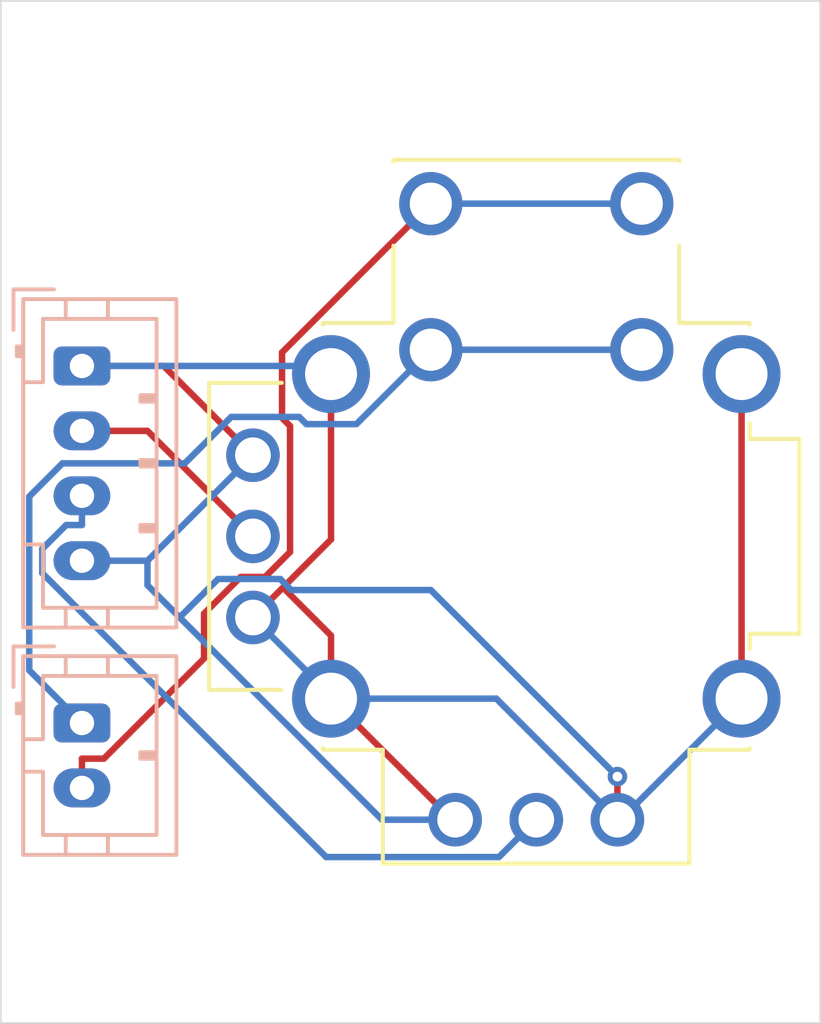
<source format=kicad_pcb>
(kicad_pcb (version 20240108) (generator "pcbnew") (generator_version "8.0")
  (layers (0 "F.Cu" signal) (31 "B.Cu" signal) (34 "B.Paste" user) (35 "F.Paste" user) (36 "B.SilkS" user "B.Silkscreen") (37 "F.SilkS" user "F.Silkscreen") (38 "B.Mask" user) (39 "F.Mask" user) (44 "Edge.Cuts" user))
  (net 0 "")
  (net 1 "3.3v")
  (net 2 "Net-(J1-Pin_3)")
  (net 3 "GND")
  (net 4 "Net-(J1-Pin_2)")
  (net 5 "Net-(J2-Pin_1)")
  (net 6 "Net-(J2-Pin_2)")
  (footprint "MountingHole:MountingHole_2.2mm_M2_DIN965" (layer "F.Cu") (at 110.75 112.75)
    (property "Reference" "void" (hide yes))
    (property "Value" "MountingHole_2.2mm_M2_DIN965" (hide yes))
    (pad "" np_thru_hole circle (at 0 0) (size 2.2 2.2) (drill 2.2) (layers "F&B.Cu" "*.Mask"))
  )
  (footprint "MountingHole:MountingHole_2.2mm_M2_DIN965" (layer "F.Cu") (at 125 112.75 45)
    (property "Reference" "void1" (hide yes))
    (property "Value" "MountingHole_2.2mm_M2_DIN965" (hide yes))
    (pad "" np_thru_hole circle (at 0 0 45) (size 2.2 2.2) (drill 2.2) (layers "F&B.Cu" "*.Mask"))
  )
  (footprint "MountingHole:MountingHole_2.2mm_M2_DIN965" (layer "F.Cu") (at 125 85.75)
    (property "Reference" "void2" (hide yes))
    (property "Value" "MountingHole_2.2mm_M2_DIN965" (hide yes))
    (pad "" np_thru_hole circle (at 0 0) (size 2.2 2.2) (drill 2.2) (layers "*.Cu" "*.Mask"))
  )
  (footprint "footprints:SW_RKJXV122400R" (layer "F.Cu") (at 125 100 180)
    (property "Reference" "S1" (hide yes))
    (property "Value" "RKJXV122400R" (hide yes))
    (fp_line (start 10.079999 4.73) (end 7.845 4.73) (stroke (width 0.127)) (layer "F.SilkS"))
    (fp_line (start 10.079999 -4.73) (end 10.079999 4.73) (stroke (width 0.127)) (layer "F.SilkS"))
    (fp_line (start 7.845 -4.73) (end 10.079999 -4.73) (stroke (width 0.127)) (layer "F.SilkS"))
    (fp_line (start 6.575 6.575) (end 6.575 6.52) (stroke (width 0.127)) (layer "F.SilkS"))
    (fp_line (start 6.575 6.575) (end 4.4 6.575) (stroke (width 0.127)) (layer "F.SilkS"))
    (fp_line (start 6.575 -6.575) (end 6.575 -6.52) (stroke (width 0.127)) (layer "F.SilkS"))
    (fp_line (start 4.73 -6.575) (end 6.575 -6.575) (stroke (width 0.127)) (layer "F.SilkS"))
    (fp_line (start 4.73 -10.079999) (end 4.73 -6.575) (stroke (width 0.127)) (layer "F.SilkS"))
    (fp_line (start 4.4 11.6) (end 4.4 11.545) (stroke (width 0.127)) (layer "F.SilkS"))
    (fp_line (start 4.4 11.6) (end -4.4 11.6) (stroke (width 0.127)) (layer "F.SilkS"))
    (fp_line (start 4.4 6.575) (end 4.4 8.955) (stroke (width 0.127)) (layer "F.SilkS"))
    (fp_line (start -4.4 11.6) (end -4.4 11.545) (stroke (width 0.127)) (layer "F.SilkS"))
    (fp_line (start -4.4 8.955) (end -4.4 6.575) (stroke (width 0.127)) (layer "F.SilkS"))
    (fp_line (start -4.4 6.575) (end -6.575 6.575) (stroke (width 0.127)) (layer "F.SilkS"))
    (fp_line (start -4.72 -6.575) (end -4.72 -10.079999) (stroke (width 0.127)) (layer "F.SilkS"))
    (fp_line (start -4.72 -10.079999) (end 4.73 -10.079999) (stroke (width 0.127)) (layer "F.SilkS"))
    (fp_line (start -6.575 6.575) (end -6.575 6.52) (stroke (width 0.127)) (layer "F.SilkS"))
    (fp_line (start -6.575 3.480001) (end -6.575 3) (stroke (width 0.127)) (layer "F.SilkS"))
    (fp_line (start -6.575 3) (end -8.11 3) (stroke (width 0.127)) (layer "F.SilkS"))
    (fp_line (start -6.575 -3) (end -6.575 -3.480001) (stroke (width 0.127)) (layer "F.SilkS"))
    (fp_line (start -6.575 -6.52) (end -6.575 -6.575) (stroke (width 0.127)) (layer "F.SilkS"))
    (fp_line (start -6.575 -6.575) (end -4.72 -6.575) (stroke (width 0.127)) (layer "F.SilkS"))
    (fp_line (start -8.11 3) (end -8.11 -3) (stroke (width 0.127)) (layer "F.SilkS"))
    (fp_line (start -8.11 -3) (end -6.575 -3) (stroke (width 0.127)) (layer "F.SilkS"))
    (pad "" np_thru_hole circle (at -4.3 0 180) (size 1.65 1.65) (drill 1.65) (layers "*.Cu" "*.Mask"))
    (pad "" np_thru_hole circle (at 4.3 0 180) (size 1.65 1.65) (drill 1.65) (layers "*.Cu" "*.Mask"))
    (pad "A" thru_hole circle (at -3.25 5.75 180) (size 1.95 1.95) (drill 1.3) (layers "*.Cu" "*.Mask") (net 5 "Net-(J2-Pin_1)"))
    (pad "B" thru_hole circle (at -3.250001 10.25 180) (size 1.95 1.95) (drill 1.3) (layers "*.Cu" "*.Mask") (net 6 "Net-(J2-Pin_2)"))
    (pad "C" thru_hole circle (at 3.25 5.75 180) (size 1.95 1.95) (drill 1.3) (layers "*.Cu" "*.Mask") (net 5 "Net-(J2-Pin_1)"))
    (pad "D" thru_hole circle (at 3.250001 10.25 180) (size 1.95 1.95) (drill 1.3) (layers "*.Cu" "*.Mask") (net 6 "Net-(J2-Pin_2)"))
    (pad "SH1" thru_hole circle (at -6.324999 -5 180) (size 2.4 2.4) (drill 1.6) (layers "*.Cu" "*.Mask") (net 3 "GND"))
    (pad "SH2" thru_hole circle (at 6.324999 -5 180) (size 2.4 2.4) (drill 1.6) (layers "*.Cu" "*.Mask") (net 3 "GND"))
    (pad "SH3" thru_hole circle (at 6.324999 5 180) (size 2.4 2.4) (drill 1.6) (layers "*.Cu" "*.Mask") (net 3 "GND"))
    (pad "SH4" thru_hole circle (at -6.324999 5 180) (size 2.4 2.4) (drill 1.6) (layers "*.Cu" "*.Mask") (net 3 "GND"))
    (pad "VR1_1" thru_hole circle (at 8.73 2.5 180) (size 1.65 1.65) (drill 1.1) (layers "*.Cu" "*.Mask") (net 3 "GND"))
    (pad "VR1_2" thru_hole circle (at 8.73 0 180) (size 1.65 1.65) (drill 1.1) (layers "*.Cu" "*.Mask") (net 4 "Net-(J1-Pin_2)"))
    (pad "VR1_3" thru_hole circle (at 8.73 -2.5 180) (size 1.65 1.65) (drill 1.1) (layers "*.Cu" "*.Mask") (net 1 "3.3v"))
    (pad "VR2_1" thru_hole circle (at 2.5 -8.73 180) (size 1.65 1.65) (drill 1.1) (layers "*.Cu" "*.Mask") (net 3 "GND"))
    (pad "VR2_2" thru_hole circle (at 0 -8.73 180) (size 1.65 1.65) (drill 1.1) (layers "*.Cu" "*.Mask") (net 2 "Net-(J1-Pin_3)"))
    (pad "VR2_3" thru_hole circle (at -2.5 -8.73 180) (size 1.65 1.65) (drill 1.1) (layers "*.Cu" "*.Mask") (net 1 "3.3v"))
  )
  (footprint "Connector_JST:JST_PH_B2B-PH-K_1x02_P2.00mm_Vertical" (layer "B.Cu") (at 111 105.75 -90)
    (property "Reference" "J2" (hide yes))
    (property "Value" "Conn_01x02" (hide yes))
    (fp_line (start -2.36 2.11) (end -1.11 2.11) (stroke (width 0.12)) (layer "B.SilkS"))
    (fp_line (start -0.6 2.010001) (end -0.3 2.010001) (stroke (width 0.12)) (layer "B.SilkS"))
    (fp_line (start -0.3 2.010001) (end -0.3 1.81) (stroke (width 0.12)) (layer "B.SilkS"))
    (fp_line (start -0.6 1.91) (end -0.3 1.91) (stroke (width 0.12)) (layer "B.SilkS"))
    (fp_line (start -2.06 1.81) (end 4.06 1.81) (stroke (width 0.12)) (layer "B.SilkS"))
    (fp_line (start -0.6 1.81) (end -0.6 2.010001) (stroke (width 0.12)) (layer "B.SilkS"))
    (fp_line (start 1.5 1.81) (end 1.5 1.2) (stroke (width 0.12)) (layer "B.SilkS"))
    (fp_line (start 4.06 1.81) (end 4.06 -2.91) (stroke (width 0.12)) (layer "B.SilkS"))
    (fp_line (start 0.5 1.200001) (end 0.5 1.81) (stroke (width 0.12)) (layer "B.SilkS"))
    (fp_line (start 3.45 1.200001) (end 3.45 -2.3) (stroke (width 0.12)) (layer "B.SilkS"))
    (fp_line (start -1.45 1.2) (end 0.5 1.200001) (stroke (width 0.12)) (layer "B.SilkS"))
    (fp_line (start 1.5 1.2) (end 3.45 1.200001) (stroke (width 0.12)) (layer "B.SilkS"))
    (fp_line (start -2.36 0.86) (end -2.36 2.11) (stroke (width 0.12)) (layer "B.SilkS"))
    (fp_line (start -1.45 0.5) (end -2.06 0.499999) (stroke (width 0.12)) (layer "B.SilkS"))
    (fp_line (start 3.45 0.5) (end 4.06 0.5) (stroke (width 0.12)) (layer "B.SilkS"))
    (fp_line (start -1.45 -0.8) (end -2.06 -0.799999) (stroke (width 0.12)) (layer "B.SilkS"))
    (fp_line (start 3.45 -0.8) (end 4.06 -0.8) (stroke (width 0.12)) (layer "B.SilkS"))
    (fp_line (start 0.9 -1.8) (end 0.900001 -2.3) (stroke (width 0.12)) (layer "B.SilkS"))
    (fp_line (start 1 -1.8) (end 1 -2.3) (stroke (width 0.12)) (layer "B.SilkS"))
    (fp_line (start 1.1 -1.8) (end 0.9 -1.8) (stroke (width 0.12)) (layer "B.SilkS"))
    (fp_line (start -1.45 -2.3) (end -1.45 1.2) (stroke (width 0.12)) (layer "B.SilkS"))
    (fp_line (start 1.1 -2.3) (end 1.1 -1.8) (stroke (width 0.12)) (layer "B.SilkS"))
    (fp_line (start 3.45 -2.3) (end -1.45 -2.3) (stroke (width 0.12)) (layer "B.SilkS"))
    (fp_line (start -2.06 -2.91) (end -2.06 1.81) (stroke (width 0.12)) (layer "B.SilkS"))
    (fp_line (start 4.06 -2.91) (end -2.06 -2.91) (stroke (width 0.12)) (layer "B.SilkS"))
    (pad "1" thru_hole roundrect (at 0 0 270) (size 1.2 1.75) (drill 0.75) (layers "*.Cu" "*.Mask") (roundrect_rratio 0.208333) (net 5 "Net-(J2-Pin_1)"))
    (pad "2" thru_hole oval (at 2.000001 0 270) (size 1.2 1.75) (drill 0.75) (layers "*.Cu" "*.Mask") (net 6 "Net-(J2-Pin_2)"))
  )
  (footprint "Connector_JST:JST_PH_B4B-PH-K_1x04_P2.00mm_Vertical" (layer "B.Cu") (at 111 94.75 -90)
    (property "Reference" "J1" (hide yes))
    (property "Value" "Conn_01x04" (hide yes))
    (fp_line (start -2.36 2.11) (end -1.11 2.11) (stroke (width 0.12)) (layer "B.SilkS"))
    (fp_line (start -0.6 2.010001) (end -0.3 2.010001) (stroke (width 0.12)) (layer "B.SilkS"))
    (fp_line (start -0.3 2.010001) (end -0.3 1.81) (stroke (width 0.12)) (layer "B.SilkS"))
    (fp_line (start -0.6 1.91) (end -0.3 1.91) (stroke (width 0.12)) (layer "B.SilkS"))
    (fp_line (start -2.06 1.81) (end 8.06 1.81) (stroke (width 0.12)) (layer "B.SilkS"))
    (fp_line (start -0.6 1.81) (end -0.6 2.010001) (stroke (width 0.12)) (layer "B.SilkS"))
    (fp_line (start 5.5 1.81) (end 5.5 1.2) (stroke (width 0.12)) (layer "B.SilkS"))
    (fp_line (start 8.06 1.81) (end 8.06 -2.91) (stroke (width 0.12)) (layer "B.SilkS"))
    (fp_line (start 0.5 1.200001) (end 0.5 1.81) (stroke (width 0.12)) (layer "B.SilkS"))
    (fp_line (start 7.45 1.200001) (end 7.45 -2.3) (stroke (width 0.12)) (layer "B.SilkS"))
    (fp_line (start -1.45 1.2) (end 0.5 1.200001) (stroke (width 0.12)) (layer "B.SilkS"))
    (fp_line (start 5.5 1.2) (end 7.45 1.200001) (stroke (width 0.12)) (layer "B.SilkS"))
    (fp_line (start -2.36 0.86) (end -2.36 2.11) (stroke (width 0.12)) (layer "B.SilkS"))
    (fp_line (start -1.45 0.5) (end -2.06 0.499999) (stroke (width 0.12)) (layer "B.SilkS"))
    (fp_line (start 7.45 0.5) (end 8.06 0.5) (stroke (width 0.12)) (layer "B.SilkS"))
    (fp_line (start -1.45 -0.8) (end -2.06 -0.799999) (stroke (width 0.12)) (layer "B.SilkS"))
    (fp_line (start 7.45 -0.8) (end 8.06 -0.8) (stroke (width 0.12)) (layer "B.SilkS"))
    (fp_line (start 0.9 -1.8) (end 0.900001 -2.3) (stroke (width 0.12)) (layer "B.SilkS"))
    (fp_line (start 1 -1.8) (end 1 -2.3) (stroke (width 0.12)) (layer "B.SilkS"))
    (fp_line (start 1.1 -1.8) (end 0.9 -1.8) (stroke (width 0.12)) (layer "B.SilkS"))
    (fp_line (start 2.9 -1.8) (end 2.9 -2.3) (stroke (width 0.12)) (layer "B.SilkS"))
    (fp_line (start 3 -1.8) (end 3 -2.3) (stroke (width 0.12)) (layer "B.SilkS"))
    (fp_line (start 3.1 -1.8) (end 2.9 -1.8) (stroke (width 0.12)) (layer "B.SilkS"))
    (fp_line (start 4.9 -1.8) (end 4.9 -2.3) (stroke (width 0.12)) (layer "B.SilkS"))
    (fp_line (start 5 -1.8) (end 5 -2.300001) (stroke (width 0.12)) (layer "B.SilkS"))
    (fp_line (start 5.1 -1.8) (end 4.9 -1.8) (stroke (width 0.12)) (layer "B.SilkS"))
    (fp_line (start -1.45 -2.3) (end -1.45 1.2) (stroke (width 0.12)) (layer "B.SilkS"))
    (fp_line (start 1.1 -2.3) (end 1.1 -1.8) (stroke (width 0.12)) (layer "B.SilkS"))
    (fp_line (start 5.1 -2.3) (end 5.1 -1.8) (stroke (width 0.12)) (layer "B.SilkS"))
    (fp_line (start 7.45 -2.3) (end -1.45 -2.3) (stroke (width 0.12)) (layer "B.SilkS"))
    (fp_line (start 3.1 -2.300001) (end 3.1 -1.8) (stroke (width 0.12)) (layer "B.SilkS"))
    (fp_line (start -2.06 -2.91) (end -2.06 1.81) (stroke (width 0.12)) (layer "B.SilkS"))
    (fp_line (start 8.06 -2.91) (end -2.06 -2.91) (stroke (width 0.12)) (layer "B.SilkS"))
    (pad "1" thru_hole roundrect (at 0 0 270) (size 1.2 1.75) (drill 0.75) (layers "*.Cu" "*.Mask") (roundrect_rratio 0.208333) (net 3 "GND"))
    (pad "2" thru_hole oval (at 2.000001 0 270) (size 1.2 1.75) (drill 0.75) (layers "*.Cu" "*.Mask") (net 4 "Net-(J1-Pin_2)"))
    (pad "3" thru_hole oval (at 4 0 270) (size 1.2 1.75) (drill 0.75) (layers "*.Cu" "*.Mask") (net 2 "Net-(J1-Pin_3)"))
    (pad "4" thru_hole oval (at 6 0 270) (size 1.2 1.75) (drill 0.75) (layers "*.Cu" "*.Mask") (net 1 "3.3v"))
  )
  (gr_rect (start 108.5 83.5) (end 133.75 115) (stroke (width 0.05)) (fill none) (layer "Edge.Cuts"))
  (segment (start 127.5 108.73) (end 127.5 107.402) (width 0.2) (layer "F.Cu") (net 1))
  (via (at 127.5 107.402) (size 0.6) (drill 0.3) (layers "F.Cu" "B.Cu") (net 1))
  (segment (start 121.7524 101.6544) (end 127.5 107.402) (width 0.2) (layer "B.Cu") (net 1))
  (segment (start 113.02 100.75) (end 116.27 97.5) (width 0.2) (layer "B.Cu") (net 1))
  (segment (start 117.451 101.6544) (end 121.7524 101.6544) (width 0.2) (layer "B.Cu") (net 1))
  (segment (start 114.0103 102.4963) (end 113.02 101.506) (width 0.2) (layer "B.Cu") (net 1))
  (segment (start 120.244 108.73) (end 114.0103 102.4963) (width 0.2) (layer "B.Cu") (net 1))
  (segment (start 115.1935 101.3131) (end 117.1097 101.3131) (width 0.2) (layer "B.Cu") (net 1))
  (segment (start 114.0103 102.4963) (end 115.1935 101.3131) (width 0.2) (layer "B.Cu") (net 1))
  (segment (start 113.02 101.506) (end 113.02 100.75) (width 0.2) (layer "B.Cu") (net 1))
  (segment (start 111 100.75) (end 113.02 100.75) (width 0.2) (layer "B.Cu") (net 1))
  (segment (start 122.5 108.73) (end 120.244 108.73) (width 0.2) (layer "B.Cu") (net 1))
  (segment (start 117.1097 101.3131) (end 117.451 101.6544) (width 0.2) (layer "B.Cu") (net 1))
  (segment (start 118.526 109.881) (end 123.849 109.881) (width 0.2) (layer "B.Cu") (net 2))
  (segment (start 111 98.75) (end 111 99.6517) (width 0.2) (layer "B.Cu") (net 2))
  (segment (start 109.778 101.133) (end 118.526 109.881) (width 0.2) (layer "B.Cu") (net 2))
  (segment (start 123.849 109.881) (end 125 108.73) (width 0.2) (layer "B.Cu") (net 2))
  (segment (start 110.513 99.6517) (end 109.778 100.386) (width 0.2) (layer "B.Cu") (net 2))
  (segment (start 109.778 100.386) (end 109.778 101.133) (width 0.2) (layer "B.Cu") (net 2))
  (segment (start 111 99.6517) (end 110.513 99.6517) (width 0.2) (layer "B.Cu") (net 2))
  (segment (start 111 94.75) (end 113.52 94.75) (width 0.2) (layer "F.Cu") (net 3))
  (segment (start 118.675 103.055) (end 118.675 105) (width 0.2) (layer "F.Cu") (net 3))
  (segment (start 118.675 105) (end 122.405 108.73) (width 0.2) (layer "F.Cu") (net 3))
  (segment (start 117.195 101.575) (end 118.675 100.095) (width 0.2) (layer "F.Cu") (net 3))
  (segment (start 116.27 102.5) (end 117.195 101.575) (width 0.2) (layer "F.Cu") (net 3))
  (segment (start 131.325 105) (end 131.325 95) (width 0.2) (layer "F.Cu") (net 3))
  (segment (start 117.195 101.575) (end 118.675 103.055) (width 0.2) (layer "F.Cu") (net 3))
  (segment (start 122.405 108.73) (end 122.5 108.73) (width 0.2) (layer "F.Cu") (net 3))
  (segment (start 113.52 94.75) (end 116.27 97.5) (width 0.2) (layer "F.Cu") (net 3))
  (segment (start 118.675 100.095) (end 118.675 95) (width 0.2) (layer "F.Cu") (net 3))
  (segment (start 118.425 94.75) (end 118.675 95) (width 0.2) (layer "B.Cu") (net 3))
  (segment (start 118.675 105) (end 123.77 105) (width 0.2) (layer "B.Cu") (net 3))
  (segment (start 127.5 108.73) (end 127.595 108.73) (width 0.2) (layer "B.Cu") (net 3))
  (segment (start 116.27 102.5) (end 118.675 104.905) (width 0.2) (layer "B.Cu") (net 3))
  (segment (start 123.77 105) (end 127.5 108.73) (width 0.2) (layer "B.Cu") (net 3))
  (segment (start 111 94.75) (end 118.425 94.75) (width 0.2) (layer "B.Cu") (net 3))
  (segment (start 118.675 104.905) (end 118.675 105) (width 0.2) (layer "B.Cu") (net 3))
  (segment (start 127.595 108.73) (end 131.325 105) (width 0.2) (layer "B.Cu") (net 3))
  (segment (start 113.02 96.75) (end 116.27 100) (width 0.2) (layer "F.Cu") (net 4))
  (segment (start 111 96.75) (end 113.02 96.75) (width 0.2) (layer "F.Cu") (net 4))
  (segment (start 119.457 96.5429) (end 117.916 96.5429) (width 0.2) (layer "B.Cu") (net 5))
  (segment (start 109.376 104.126) (end 111 105.75) (width 0.2) (layer "B.Cu") (net 5))
  (segment (start 110.4 97.75) (end 109.376 98.774) (width 0.2) (layer "B.Cu") (net 5))
  (segment (start 117.916 96.5429) (end 117.693 96.32) (width 0.2) (layer "B.Cu") (net 5))
  (segment (start 128.25 94.25) (end 121.75 94.25) (width 0.2) (layer "B.Cu") (net 5))
  (segment (start 115.6 96.32) (end 114.17 97.75) (width 0.2) (layer "B.Cu") (net 5))
  (segment (start 109.376 98.774) (end 109.376 104.126) (width 0.2) (layer "B.Cu") (net 5))
  (segment (start 114.17 97.75) (end 110.4 97.75) (width 0.2) (layer "B.Cu") (net 5))
  (segment (start 117.693 96.32) (end 115.6 96.32) (width 0.2) (layer "B.Cu") (net 5))
  (segment (start 121.75 94.25) (end 119.457 96.5429) (width 0.2) (layer "B.Cu") (net 5))
  (segment (start 117.167 96.3544) (end 117.413 96.6005) (width 0.2) (layer "F.Cu") (net 6))
  (segment (start 114.762 102.381) (end 114.762 103.763) (width 0.2) (layer "F.Cu") (net 6))
  (segment (start 121.75 89.75) (end 117.167 94.3327) (width 0.2) (layer "F.Cu") (net 6))
  (segment (start 117.413 96.6005) (end 117.413 100.481) (width 0.2) (layer "F.Cu") (net 6))
  (segment (start 111.676 106.848) (end 111 106.848) (width 0.2) (layer "F.Cu") (net 6))
  (segment (start 114.762 103.763) (end 111.676 106.848) (width 0.2) (layer "F.Cu") (net 6))
  (segment (start 111 106.848) (end 111 107.75) (width 0.2) (layer "F.Cu") (net 6))
  (segment (start 115.893 101.25) (end 114.762 102.381) (width 0.2) (layer "F.Cu") (net 6))
  (segment (start 116.644 101.25) (end 115.893 101.25) (width 0.2) (layer "F.Cu") (net 6))
  (segment (start 117.167 94.3327) (end 117.167 96.3544) (width 0.2) (layer "F.Cu") (net 6))
  (segment (start 117.413 100.481) (end 116.644 101.25) (width 0.2) (layer "F.Cu") (net 6))
  (segment (start 128.25 89.75) (end 121.75 89.75) (width 0.2) (layer "B.Cu") (net 6))
)
</source>
